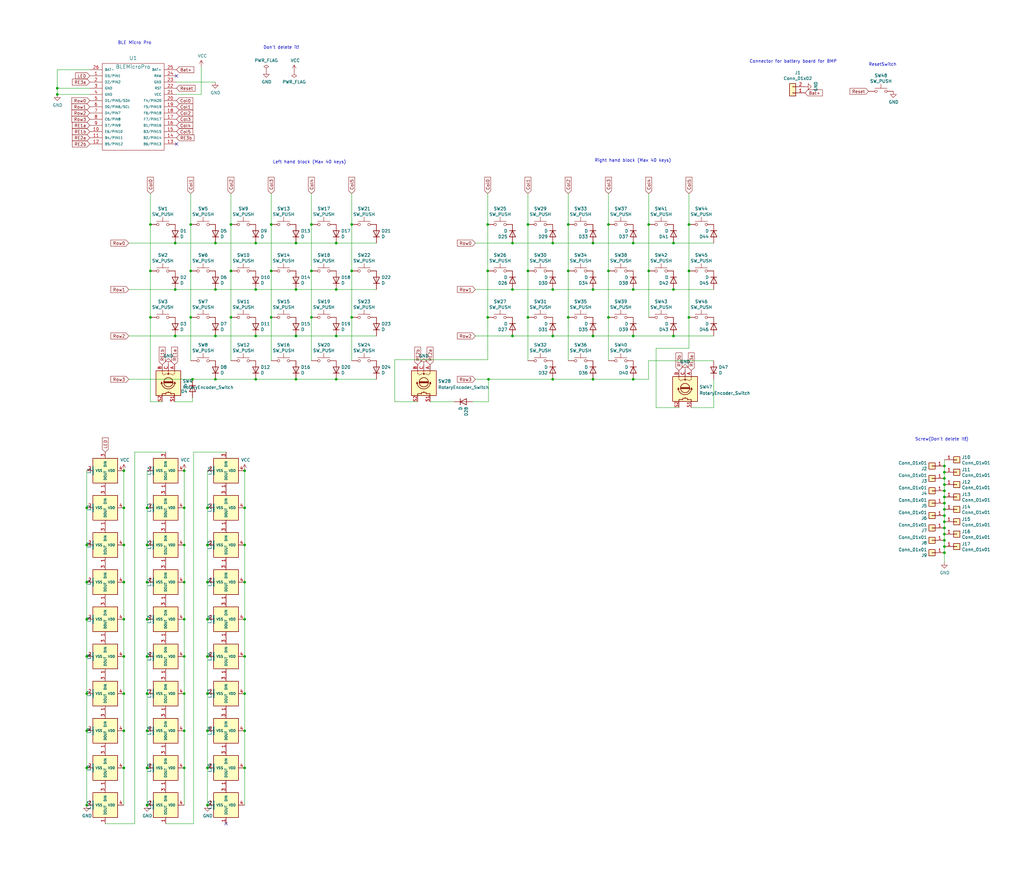
<source format=kicad_sch>
(kicad_sch (version 20211123) (generator eeschema)
  (paper "User" 419.989 360.045)
  (lib_symbols
    (symbol "Connector_Generic:Conn_01x01" (pin_names (offset 1.016) hide)
      (property "Reference" "J" (at 0 2.54 0))
      (property "Value" "Conn_01x01" (at 0 -2.54 0))
      (symbol "Conn_01x01_1_1"
        (pin passive line (at -5.08 0 0) (length 3.81) (name "Pin_1") (number "1"))
      )
    )
    (symbol "Connector_Generic:Conn_01x02" (pin_names (offset 1.016) hide)
      (property "Reference" "J" (at 0 2.54 0))
      (property "Value" "Conn_01x02" (at 0 -5.08 0))
      (symbol "Conn_01x02_1_1"
        (pin passive line (at -5.08 0 0) (length 3.81) (name "Pin_1") (number "1"))
        (pin passive line (at -5.08 -2.54 0) (length 3.81) (name "Pin_2") (number "2"))
      )
    )
    (symbol "Device:D" (pin_numbers hide) (pin_names (offset 1.016) hide)
      (property "Reference" "D" (at 0 2.54 0))
      (property "Value" "D" (at 0 -2.54 0))
      (symbol "D_1_1"
        (pin passive line (at -3.81 0 0) (length 2.54) (name "K") (number "1"))
        (pin passive line (at 3.81 0 180) (length 2.54) (name "A") (number "2"))
      )
    )
    (symbol "Device:RotaryEncoder_Switch" (pin_names (offset 0.254) hide)
      (property "Reference" "SW" (at 0 6.604 0))
      (property "Value" "RotaryEncoder_Switch" (at 0 -6.604 0))
      (symbol "RotaryEncoder_Switch_1_1"
        (pin passive line (at -7.62 2.54 0) (length 2.54) (name "A") (number "A"))
        (pin passive line (at -7.62 -2.54 0) (length 2.54) (name "B") (number "B"))
        (pin passive line (at -7.62 0 0) (length 2.54) (name "C") (number "C"))
        (pin passive line (at 7.62 2.54 180) (length 2.54) (name "S1") (number "S1"))
        (pin passive line (at 7.62 -2.54 180) (length 2.54) (name "S2") (number "S2"))
      )
    )
    (symbol "Salicylic_kbd:LED_SK6812MINI-E" (pin_names (offset 1.016))
      (property "Reference" "LED" (at 5.08 -10.16 0))
      (property "Value" "LED_SK6812MINI-E" (at 8.89 -8.89 0))
      (symbol "LED_SK6812MINI-E_1_1"
        (pin output line (at 7.62 0 180) (length 2.54) (name "DOUT") (number "1"))
        (pin power_in line (at 0 -7.62 90) (length 2.54) (name "VSS") (number "2"))
        (pin input line (at -7.62 0 0) (length 2.54) (name "DIN") (number "3"))
        (pin power_in line (at 0 7.62 270) (length 2.54) (name "VDD") (number "4"))
      )
    )
    (symbol "Salicylic_kbd:Micon_BLEMicroPro" (pin_names (offset 1.016))
      (property "Reference" "U" (at 0 26.67 0))
      (property "Value" "Micon_BLEMicroPro" (at 0 -13.97 0))
      (symbol "Micon_BLEMicroPro_1_1"
        (pin bidirectional line (at -17.78 19.05 0) (length 5.08) (name "D3/PIN1") (number "1"))
        (pin bidirectional line (at -17.78 -3.81 0) (length 5.08) (name "E6/PIN10") (number "10"))
        (pin bidirectional line (at -17.78 -6.35 0) (length 5.08) (name "B4/PIN11") (number "11"))
        (pin bidirectional line (at -17.78 -8.89 0) (length 5.08) (name "B5/PIN12") (number "12"))
        (pin bidirectional line (at 17.78 -8.89 180) (length 5.08) (name "B6/PIN13") (number "13"))
        (pin bidirectional line (at 17.78 -6.35 180) (length 5.08) (name "B2/PIN14") (number "14"))
        (pin bidirectional line (at 17.78 -3.81 180) (length 5.08) (name "B3/PIN15") (number "15"))
        (pin bidirectional line (at 17.78 -1.27 180) (length 5.08) (name "B1/PIN16") (number "16"))
        (pin bidirectional line (at 17.78 1.27 180) (length 5.08) (name "F7/PIN17") (number "17"))
        (pin bidirectional line (at 17.78 3.81 180) (length 5.08) (name "F6/PIN18") (number "18"))
        (pin bidirectional line (at 17.78 6.35 180) (length 5.08) (name "F5/PIN19") (number "19"))
        (pin bidirectional line (at -17.78 16.51 0) (length 5.08) (name "D2/PIN2") (number "2"))
        (pin bidirectional line (at 17.78 8.89 180) (length 5.08) (name "F4/PIN20") (number "20"))
        (pin power_in line (at 17.78 11.43 180) (length 5.08) (name "VCC") (number "21"))
        (pin input line (at 17.78 13.97 180) (length 5.08) (name "RST") (number "22"))
        (pin power_in line (at 17.78 16.51 180) (length 5.08) (name "GND") (number "23"))
        (pin power_out line (at 17.78 19.05 180) (length 5.08) (name "RAW") (number "24"))
        (pin input line (at 17.78 21.59 180) (length 5.08) (name "BAT+") (number "25"))
        (pin input line (at -17.78 21.59 0) (length 5.08) (name "BAT-") (number "26"))
        (pin power_in line (at -17.78 13.97 0) (length 5.08) (name "GND") (number "3"))
        (pin power_in line (at -17.78 11.43 0) (length 5.08) (name "GND") (number "4"))
        (pin bidirectional line (at -17.78 8.89 0) (length 5.08) (name "D1/PIN5/SDA") (number "5"))
        (pin bidirectional line (at -17.78 6.35 0) (length 5.08) (name "D0/PIN6/SCL") (number "6"))
        (pin bidirectional line (at -17.78 3.81 0) (length 5.08) (name "D4/PIN7") (number "7"))
        (pin bidirectional line (at -17.78 1.27 0) (length 5.08) (name "C6/PIN8") (number "8"))
        (pin bidirectional line (at -17.78 -1.27 0) (length 5.08) (name "D7/PIN9") (number "9"))
      )
    )
    (symbol "Switch:SW_Push" (pin_numbers hide) (pin_names (offset 1.016) hide)
      (property "Reference" "SW" (at 1.27 2.54 0))
      (property "Value" "SW_Push" (at 0 -1.524 0))
      (symbol "SW_Push_0_1"
        (pin passive line (at -5.08 0 0) (length 2.54) (name "1") (number "1"))
        (pin passive line (at 5.08 0 180) (length 2.54) (name "2") (number "2"))
      )
    )
    (symbol "power:GND" (power) (pin_names (offset 0))
      (property "Value" "GND" (at 0 -3.81 0))
      (symbol "GND_1_1"
        (pin power_in line (at 0 0 270) (length 0) hide (name "GND") (number "1"))
      )
    )
    (symbol "power:PWR_FLAG" (power) (pin_numbers hide) (pin_names (offset 0) hide)
      (property "Value" "PWR_FLAG" (at 0 3.81 0))
      (symbol "PWR_FLAG_0_0"
        (pin power_out line (at 0 0 90) (length 0) (name "pwr") (number "1"))
      )
    )
    (symbol "power:VCC" (power) (pin_names (offset 0))
      (property "Value" "VCC" (at 0 3.81 0))
      (symbol "VCC_1_1"
        (pin power_in line (at 0 0 90) (length 0) hide (name "VCC") (number "1"))
      )
    )
  )
  (junction (at 137.8994 118.745))
  (junction (at 94.7194 111.125))
  (junction (at 249.555 130.175))
  (junction (at 78.9395 155.575))
  (junction (at 259.715 99.695))
  (junction (at 233.045 111.125))
  (junction (at 127.7394 111.125))
  (junction (at 85.09 208.28))
  (junction (at 249.555 92.075))
  (junction (at 61.6994 111.125))
  (junction (at 387.35 213.995))
  (junction (at 60.325 238.76))
  (junction (at 387.35 224.155))
  (junction (at 216.535 130.175))
  (junction (at 104.8794 118.745))
  (junction (at 75.565 193.04))
  (junction (at 266.065 111.125))
  (junction (at 210.185 99.695))
  (junction (at 210.185 118.745))
  (junction (at 75.565 314.96))
  (junction (at 85.09 238.76))
  (junction (at 121.3894 99.695))
  (junction (at 85.09 314.96))
  (junction (at 387.35 221.615))
  (junction (at 387.35 216.535))
  (junction (at 243.205 155.575))
  (junction (at 200.025 130.175))
  (junction (at 249.555 111.125))
  (junction (at 35.56 299.72))
  (junction (at 210.185 137.795))
  (junction (at 100.33 223.52))
  (junction (at 387.35 198.755))
  (junction (at 50.8 193.04))
  (junction (at 85.09 269.24))
  (junction (at 85.09 254))
  (junction (at 78.2094 92.075))
  (junction (at 50.8 254))
  (junction (at 35.56 238.76))
  (junction (at 387.35 219.075))
  (junction (at 387.35 211.455))
  (junction (at 35.56 269.24))
  (junction (at 78.2094 130.175))
  (junction (at 100.33 254))
  (junction (at 121.3894 118.745))
  (junction (at 121.3894 155.575))
  (junction (at 387.35 191.135))
  (junction (at 71.8594 118.745))
  (junction (at 75.565 269.24))
  (junction (at 75.565 223.52))
  (junction (at 60.325 314.96))
  (junction (at 200.3521 155.575))
  (junction (at 75.565 238.76))
  (junction (at 226.695 99.695))
  (junction (at 137.8994 137.795))
  (junction (at 61.6994 92.075))
  (junction (at 387.35 201.295))
  (junction (at 259.715 137.795))
  (junction (at 60.325 208.28))
  (junction (at 387.35 203.835))
  (junction (at 387.35 226.695))
  (junction (at 75.565 299.72))
  (junction (at 266.065 92.075))
  (junction (at 100.33 193.04))
  (junction (at 35.56 254))
  (junction (at 200.025 111.125))
  (junction (at 282.575 92.075))
  (junction (at 60.325 269.24))
  (junction (at 243.205 118.745))
  (junction (at 276.225 99.695))
  (junction (at 35.56 208.28))
  (junction (at 50.8 284.48))
  (junction (at 233.045 92.075))
  (junction (at 50.8 223.52))
  (junction (at 100.33 299.72))
  (junction (at 60.325 330.2))
  (junction (at 60.325 254))
  (junction (at 121.3894 137.795))
  (junction (at 144.2494 92.075))
  (junction (at 88.3694 99.695))
  (junction (at 23.495 38.735))
  (junction (at 78.2094 111.125))
  (junction (at 200.025 92.075))
  (junction (at 243.205 99.695))
  (junction (at 75.565 208.28))
  (junction (at 111.2294 92.075))
  (junction (at 88.3694 155.575))
  (junction (at 85.09 299.72))
  (junction (at 387.35 193.675))
  (junction (at 144.2494 111.125))
  (junction (at 35.56 223.52))
  (junction (at 35.56 314.96))
  (junction (at 127.7394 130.175))
  (junction (at 50.8 299.72))
  (junction (at 94.7194 92.075))
  (junction (at 111.2294 130.175))
  (junction (at 85.09 223.52))
  (junction (at 85.09 284.48))
  (junction (at 85.09 330.2))
  (junction (at 104.8794 99.695))
  (junction (at 216.535 92.075))
  (junction (at 226.695 155.575))
  (junction (at 387.35 208.915))
  (junction (at 75.565 254))
  (junction (at 282.575 111.125))
  (junction (at 100.33 284.48))
  (junction (at 282.575 130.175))
  (junction (at 50.8 238.76))
  (junction (at 259.715 155.575))
  (junction (at 60.325 299.72))
  (junction (at 137.8994 155.575))
  (junction (at 100.33 238.76))
  (junction (at 23.495 36.195))
  (junction (at 276.225 118.745))
  (junction (at 387.35 206.375))
  (junction (at 100.33 208.28))
  (junction (at 226.695 118.745))
  (junction (at 71.8594 137.795))
  (junction (at 144.2494 130.175))
  (junction (at 100.33 269.24))
  (junction (at 243.205 137.795))
  (junction (at 60.325 223.52))
  (junction (at 276.225 137.795))
  (junction (at 94.7194 130.175))
  (junction (at 111.2294 111.125))
  (junction (at 71.8594 99.695))
  (junction (at 35.56 330.2))
  (junction (at 75.565 284.48))
  (junction (at 88.3694 137.795))
  (junction (at 61.6994 130.175))
  (junction (at 387.35 196.215))
  (junction (at 35.56 284.48))
  (junction (at 100.33 314.96))
  (junction (at 88.3694 118.745))
  (junction (at 216.535 111.125))
  (junction (at 226.695 137.795))
  (junction (at 127.7394 92.075))
  (junction (at 50.8 269.24))
  (junction (at 137.8994 99.695))
  (junction (at 50.8 208.28))
  (junction (at 60.325 284.48))
  (junction (at 104.8794 155.575))
  (junction (at 104.8794 137.795))
  (junction (at 259.715 118.745))
  (junction (at 233.045 130.175))
  (junction (at 50.8 314.96))
  (no_connect (at 92.71 337.82))
  (no_connect (at 72.39 31.115))
  (no_connect (at 72.39 59.055))
  (wire (pts (xy 243.205 155.575) (xy 259.715 155.575)))
  (wire (pts (xy 243.205 99.695) (xy 259.715 99.695)))
  (wire (pts (xy 282.575 79.375) (xy 282.575 92.075)))
  (wire (pts (xy 71.8594 118.745) (xy 52.8094 118.745)))
  (wire (pts (xy 100.33 299.72) (xy 100.33 314.96)))
  (wire (pts (xy 210.185 137.795) (xy 226.695 137.795)))
  (wire (pts (xy 94.7194 130.175) (xy 94.7194 147.955)))
  (wire (pts (xy 121.3894 137.795) (xy 137.8994 137.795)))
  (wire (pts (xy 36.83 28.575) (xy 23.495 28.575)))
  (wire (pts (xy 61.6994 92.075) (xy 61.6994 111.125)))
  (wire (pts (xy 61.6994 164.7858) (xy 66.5177 164.7858)))
  (wire (pts (xy 266.065 111.125) (xy 266.065 130.175)))
  (wire (pts (xy 387.35 201.295) (xy 387.35 203.835)))
  (wire (pts (xy 78.2094 130.175) (xy 78.2094 147.955)))
  (wire (pts (xy 282.575 111.125) (xy 282.575 130.175)))
  (wire (pts (xy 94.7194 79.375) (xy 94.7194 92.075)))
  (wire (pts (xy 100.33 269.24) (xy 100.33 284.48)))
  (wire (pts (xy 60.325 208.28) (xy 60.325 223.52)))
  (wire (pts (xy 60.325 299.72) (xy 60.325 314.96)))
  (wire (pts (xy 88.265 33.655) (xy 72.39 33.655)))
  (wire (pts (xy 55.245 337.82) (xy 55.245 185.42)))
  (wire (pts (xy 216.535 79.375) (xy 216.535 92.075)))
  (wire (pts (xy 67.945 337.82) (xy 79.375 337.82)))
  (wire (pts (xy 233.045 92.075) (xy 233.045 111.125)))
  (wire (pts (xy 137.8994 118.745) (xy 154.4094 118.745)))
  (wire (pts (xy 35.56 254) (xy 35.56 269.24)))
  (wire (pts (xy 88.3694 99.695) (xy 104.8794 99.695)))
  (wire (pts (xy 276.225 118.745) (xy 292.735 118.745)))
  (wire (pts (xy 50.8 193.04) (xy 50.8 208.28)))
  (wire (pts (xy 282.575 92.075) (xy 282.575 111.125)))
  (wire (pts (xy 226.695 155.575) (xy 243.205 155.575)))
  (wire (pts (xy 200.3521 164.7858) (xy 193.8482 164.7858)))
  (wire (pts (xy 200.025 130.175) (xy 200.025 147.5088)))
  (wire (pts (xy 50.8 269.24) (xy 50.8 284.48)))
  (wire (pts (xy 243.205 118.745) (xy 259.715 118.745)))
  (wire (pts (xy 233.045 79.375) (xy 233.045 92.075)))
  (wire (pts (xy 104.8794 99.695) (xy 121.3894 99.695)))
  (wire (pts (xy 226.695 99.695) (xy 243.205 99.695)))
  (wire (pts (xy 50.8 254) (xy 50.8 269.24)))
  (wire (pts (xy 82.55 38.735) (xy 82.55 27.305)))
  (wire (pts (xy 35.56 299.72) (xy 35.56 314.96)))
  (wire (pts (xy 387.35 224.155) (xy 387.35 226.695)))
  (wire (pts (xy 75.565 314.96) (xy 75.565 330.2)))
  (wire (pts (xy 387.35 226.695) (xy 387.35 230.505)))
  (wire (pts (xy 100.33 238.76) (xy 100.33 254)))
  (wire (pts (xy 104.8794 118.745) (xy 121.3894 118.745)))
  (wire (pts (xy 75.565 193.04) (xy 75.565 208.28)))
  (wire (pts (xy 137.8994 99.695) (xy 154.4094 99.695)))
  (wire (pts (xy 60.325 193.04) (xy 60.325 208.28)))
  (wire (pts (xy 127.7394 92.075) (xy 127.7394 111.125)))
  (wire (pts (xy 100.33 254) (xy 100.33 269.24)))
  (wire (pts (xy 249.555 130.175) (xy 249.555 147.955)))
  (wire (pts (xy 75.565 284.48) (xy 75.565 299.72)))
  (wire (pts (xy 259.715 137.795) (xy 276.225 137.795)))
  (wire (pts (xy 111.2294 130.175) (xy 111.2294 147.955)))
  (wire (pts (xy 85.09 284.48) (xy 85.09 299.72)))
  (wire (pts (xy 259.715 118.745) (xy 276.225 118.745)))
  (wire (pts (xy 276.225 99.695) (xy 292.735 99.695)))
  (wire (pts (xy 194.945 137.795) (xy 210.185 137.795)))
  (wire (pts (xy 104.8794 155.575) (xy 121.3894 155.575)))
  (wire (pts (xy 111.2294 92.075) (xy 111.2294 111.125)))
  (wire (pts (xy 35.56 284.48) (xy 35.56 299.72)))
  (wire (pts (xy 216.535 111.125) (xy 216.535 130.175)))
  (wire (pts (xy 60.325 284.48) (xy 60.325 299.72)))
  (wire (pts (xy 233.045 130.175) (xy 233.045 147.955)))
  (wire (pts (xy 75.565 238.76) (xy 75.565 254)))
  (wire (pts (xy 259.715 155.575) (xy 265.9811 155.575)))
  (wire (pts (xy 111.2294 111.125) (xy 111.2294 130.175)))
  (wire (pts (xy 71.8594 118.745) (xy 88.3694 118.745)))
  (wire (pts (xy 35.56 193.04) (xy 35.56 208.28)))
  (wire (pts (xy 387.35 216.535) (xy 387.35 219.075)))
  (wire (pts (xy 60.325 223.52) (xy 60.325 238.76)))
  (wire (pts (xy 387.35 188.595) (xy 387.35 191.135)))
  (wire (pts (xy 111.2294 79.375) (xy 111.2294 92.075)))
  (wire (pts (xy 36.83 38.735) (xy 23.495 38.735)))
  (wire (pts (xy 387.35 206.375) (xy 387.35 208.915)))
  (wire (pts (xy 75.565 269.24) (xy 75.565 284.48)))
  (wire (pts (xy 144.2494 92.075) (xy 144.2494 111.125)))
  (wire (pts (xy 35.56 238.76) (xy 35.56 254)))
  (wire (pts (xy 100.33 314.96) (xy 100.33 330.2)))
  (wire (pts (xy 94.7194 92.075) (xy 94.7194 111.125)))
  (wire (pts (xy 387.35 219.075) (xy 387.35 221.615)))
  (wire (pts (xy 387.35 193.675) (xy 387.35 196.215)))
  (wire (pts (xy 71.8594 137.795) (xy 88.3694 137.795)))
  (wire (pts (xy 200.025 79.375) (xy 200.025 92.075)))
  (wire (pts (xy 79.375 337.82) (xy 79.375 185.42)))
  (wire (pts (xy 78.2094 79.375) (xy 78.2094 92.075)))
  (wire (pts (xy 78.2094 111.125) (xy 78.2094 130.175)))
  (wire (pts (xy 88.3694 118.745) (xy 104.8794 118.745)))
  (wire (pts (xy 292.735 167.1671) (xy 283.5334 167.1671)))
  (wire (pts (xy 233.045 111.125) (xy 233.045 130.175)))
  (wire (pts (xy 55.245 185.42) (xy 67.945 185.42)))
  (wire (pts (xy 127.7394 111.125) (xy 127.7394 130.175)))
  (wire (pts (xy 387.35 221.615) (xy 387.35 224.155)))
  (wire (pts (xy 85.09 193.04) (xy 85.09 208.28)))
  (wire (pts (xy 194.945 118.745) (xy 210.185 118.745)))
  (wire (pts (xy 43.18 337.82) (xy 55.245 337.82)))
  (wire (pts (xy 88.3694 137.795) (xy 104.8794 137.795)))
  (wire (pts (xy 61.6994 111.125) (xy 61.6994 130.175)))
  (wire (pts (xy 269.0869 142.878) (xy 269.0869 167.1671)))
  (wire (pts (xy 292.735 155.5965) (xy 292.735 167.1671)))
  (wire (pts (xy 50.8 238.76) (xy 50.8 254)))
  (wire (pts (xy 50.8 284.48) (xy 50.8 299.72)))
  (wire (pts (xy 210.185 99.695) (xy 226.695 99.695)))
  (wire (pts (xy 387.35 203.835) (xy 387.35 206.375)))
  (wire (pts (xy 85.09 254) (xy 85.09 269.24)))
  (wire (pts (xy 71.8594 99.695) (xy 52.8094 99.695)))
  (wire (pts (xy 61.6994 130.175) (xy 61.6994 164.7858)))
  (wire (pts (xy 121.3894 118.745) (xy 137.8994 118.745)))
  (wire (pts (xy 75.565 208.28) (xy 75.565 223.52)))
  (wire (pts (xy 72.39 38.735) (xy 82.55 38.735)))
  (wire (pts (xy 60.325 238.76) (xy 60.325 254)))
  (wire (pts (xy 210.185 118.745) (xy 226.695 118.745)))
  (wire (pts (xy 216.535 92.075) (xy 216.535 111.125)))
  (wire (pts (xy 200.3521 155.575) (xy 200.3521 164.7858)))
  (wire (pts (xy 127.7394 130.175) (xy 127.7394 147.955)))
  (wire (pts (xy 85.09 208.28) (xy 85.09 223.52)))
  (wire (pts (xy 243.205 137.795) (xy 259.715 137.795)))
  (wire (pts (xy 282.575 130.175) (xy 282.575 142.878)))
  (wire (pts (xy 60.325 254) (xy 60.325 269.24)))
  (wire (pts (xy 50.8 299.72) (xy 50.8 314.96)))
  (wire (pts (xy 137.8994 137.795) (xy 154.4094 137.795)))
  (wire (pts (xy 94.7194 111.125) (xy 94.7194 130.175)))
  (wire (pts (xy 282.575 142.878) (xy 269.0869 142.878)))
  (wire (pts (xy 79.375 185.42) (xy 92.71 185.42)))
  (wire (pts (xy 85.09 238.76) (xy 85.09 254)))
  (wire (pts (xy 265.9811 155.575) (xy 265.9811 147.9765)))
  (wire (pts (xy 60.325 314.96) (xy 60.325 330.2)))
  (wire (pts (xy 75.565 223.52) (xy 75.565 238.76)))
  (wire (pts (xy 161.8935 164.7858) (xy 171.2949 164.7858)))
  (wire (pts (xy 200.025 147.5088) (xy 161.8935 147.5088)))
  (wire (pts (xy 194.945 155.575) (xy 200.3521 155.575)))
  (wire (pts (xy 71.8594 99.695) (xy 88.3694 99.695)))
  (wire (pts (xy 88.3694 155.575) (xy 104.8794 155.575)))
  (wire (pts (xy 100.33 193.04) (xy 100.33 208.28)))
  (wire (pts (xy 78.9395 163.195) (xy 78.9395 164.7858)))
  (wire (pts (xy 226.695 118.745) (xy 243.205 118.745)))
  (wire (pts (xy 387.35 208.915) (xy 387.35 211.455)))
  (wire (pts (xy 121.3894 99.695) (xy 137.8994 99.695)))
  (wire (pts (xy 249.555 79.375) (xy 249.555 92.075)))
  (wire (pts (xy 50.8 314.96) (xy 50.8 330.2)))
  (wire (pts (xy 85.09 314.96) (xy 85.09 330.2)))
  (wire (pts (xy 249.555 111.125) (xy 249.555 130.175)))
  (wire (pts (xy 100.33 223.52) (xy 100.33 238.76)))
  (wire (pts (xy 52.8094 155.575) (xy 78.9395 155.575)))
  (wire (pts (xy 50.8 208.28) (xy 50.8 223.52)))
  (wire (pts (xy 194.945 99.695) (xy 210.185 99.695)))
  (wire (pts (xy 387.35 191.135) (xy 387.35 193.675)))
  (wire (pts (xy 176.3749 164.7858) (xy 186.2282 164.7858)))
  (wire (pts (xy 78.9395 155.575) (xy 88.3694 155.575)))
  (wire (pts (xy 216.535 130.175) (xy 216.535 147.955)))
  (wire (pts (xy 137.8994 155.575) (xy 154.4094 155.575)))
  (wire (pts (xy 265.9811 147.9765) (xy 292.735 147.9765)))
  (wire (pts (xy 85.09 223.52) (xy 85.09 238.76)))
  (wire (pts (xy 200.3521 155.575) (xy 226.695 155.575)))
  (wire (pts (xy 75.565 299.72) (xy 75.565 314.96)))
  (wire (pts (xy 35.56 314.96) (xy 35.56 330.2)))
  (wire (pts (xy 144.2494 130.175) (xy 144.2494 147.955)))
  (wire (pts (xy 85.09 269.24) (xy 85.09 284.48)))
  (wire (pts (xy 200.025 111.125) (xy 200.025 130.175)))
  (wire (pts (xy 71.8594 137.795) (xy 52.8094 137.795)))
  (wire (pts (xy 35.56 208.28) (xy 35.56 223.52)))
  (wire (pts (xy 276.225 137.795) (xy 292.735 137.795)))
  (wire (pts (xy 35.56 223.52) (xy 35.56 238.76)))
  (wire (pts (xy 127.7394 79.375) (xy 127.7394 92.075)))
  (wire (pts (xy 269.0869 167.1671) (xy 278.4534 167.1671)))
  (wire (pts (xy 144.2494 111.125) (xy 144.2494 130.175)))
  (wire (pts (xy 100.33 208.28) (xy 100.33 223.52)))
  (wire (pts (xy 144.2494 79.375) (xy 144.2494 92.075)))
  (wire (pts (xy 161.8935 147.5088) (xy 161.8935 164.7858)))
  (wire (pts (xy 259.715 99.695) (xy 276.225 99.695)))
  (wire (pts (xy 387.35 211.455) (xy 387.35 213.995)))
  (wire (pts (xy 60.325 269.24) (xy 60.325 284.48)))
  (wire (pts (xy 50.8 223.52) (xy 50.8 238.76)))
  (wire (pts (xy 36.83 36.195) (xy 23.495 36.195)))
  (wire (pts (xy 61.6994 79.375) (xy 61.6994 92.075)))
  (wire (pts (xy 249.555 92.075) (xy 249.555 111.125)))
  (wire (pts (xy 23.495 28.575) (xy 23.495 36.195)))
  (wire (pts (xy 35.56 269.24) (xy 35.56 284.48)))
  (wire (pts (xy 78.2094 92.075) (xy 78.2094 111.125)))
  (wire (pts (xy 104.8794 137.795) (xy 121.3894 137.795)))
  (wire (pts (xy 387.35 198.755) (xy 387.35 201.295)))
  (wire (pts (xy 266.065 79.375) (xy 266.065 92.075)))
  (wire (pts (xy 266.065 92.075) (xy 266.065 111.125)))
  (wire (pts (xy 85.09 299.72) (xy 85.09 314.96)))
  (wire (pts (xy 121.3894 155.575) (xy 137.8994 155.575)))
  (wire (pts (xy 226.695 137.795) (xy 243.205 137.795)))
  (wire (pts (xy 75.565 254) (xy 75.565 269.24)))
  (wire (pts (xy 78.9395 164.7858) (xy 71.5977 164.7858)))
  (wire (pts (xy 23.495 36.195) (xy 23.495 38.735)))
  (wire (pts (xy 200.025 92.075) (xy 200.025 111.125)))
  (wire (pts (xy 100.33 284.48) (xy 100.33 299.72)))
  (wire (pts (xy 387.35 196.215) (xy 387.35 198.755)))
  (wire (pts (xy 387.35 213.995) (xy 387.35 216.535)))
  (text "Right hand block (Max 40 keys)" (at 243.84 66.675 0) (effects (font (size 1.27 1.27)) (justify left bottom)))
  (text "Don't delete it!" (at 107.95 20.32 0) (effects (font (size 1.27 1.27)) (justify left bottom)))
  (text "BLE Micro Pro" (at 48.26 18.415 0) (effects (font (size 1.27 1.27)) (justify left bottom)))
  (text "Left hand block (Max 40 keys)" (at 111.8644 67.31 0) (effects (font (size 1.27 1.27)) (justify left bottom)))
  (text "Screw(Don't delete it!)" (at 375.285 180.975 0) (effects (font (size 1.27 1.27)) (justify left bottom)))
  (text "ResetSwitch" (at 356.235 27.305 0) (effects (font (size 1.27 1.27)) (justify left bottom)))
  (text "Connector for battery board for BMP" (at 307.34 26.035 0) (effects (font (size 1.27 1.27)) (justify left bottom)))
  (global_label "Col1" (shape input) (at 72.39 43.815 0) (property "Intersheet References" "${INTERSHEET_REFS}" (effects hide)))
  (global_label "LED" (shape input) (at 43.18 185.42 90) (property "Intersheet References" "${INTERSHEET_REFS}" (effects hide)))
  (global_label "Reset" (shape input) (at 72.39 36.195 0) (property "Intersheet References" "${INTERSHEET_REFS}" (effects hide)))
  (global_label "Row0" (shape input) (at 52.8094 99.695 180) (property "Intersheet References" "${INTERSHEET_REFS}" (effects hide)))
  (global_label "Row2" (shape input) (at 36.83 46.355 180) (property "Intersheet References" "${INTERSHEET_REFS}" (effects hide)))
  (global_label "Col3" (shape input) (at 72.39 48.895 0) (property "Intersheet References" "${INTERSHEET_REFS}" (effects hide)))
  (global_label "Bat+" (shape input) (at 330.2 38.1 0) (property "Intersheet References" "${INTERSHEET_REFS}" (effects hide)))
  (global_label "RE2a" (shape input) (at 176.3749 149.5458 90) (property "Intersheet References" "${INTERSHEET_REFS}" (effects hide)))
  (global_label "RE1a" (shape input) (at 71.5977 149.5458 90) (property "Intersheet References" "${INTERSHEET_REFS}" (effects hide)))
  (global_label "Col1" (shape input) (at 78.2094 79.375 90) (property "Intersheet References" "${INTERSHEET_REFS}" (effects hide)))
  (global_label "Col4" (shape input) (at 72.39 51.435 0) (property "Intersheet References" "${INTERSHEET_REFS}" (effects hide)))
  (global_label "LED" (shape input) (at 36.83 31.115 180) (property "Intersheet References" "${INTERSHEET_REFS}" (effects hide)))
  (global_label "RE3a" (shape input) (at 283.5334 151.9271 90) (property "Intersheet References" "${INTERSHEET_REFS}" (effects hide)))
  (global_label "RE1b" (shape input) (at 66.5177 149.5458 90) (property "Intersheet References" "${INTERSHEET_REFS}" (effects hide)))
  (global_label "Col1" (shape input) (at 216.535 79.375 90) (property "Intersheet References" "${INTERSHEET_REFS}" (effects hide)))
  (global_label "Row3" (shape input) (at 194.945 155.575 180) (property "Intersheet References" "${INTERSHEET_REFS}" (effects hide)))
  (global_label "Col3" (shape input) (at 249.555 79.375 90) (property "Intersheet References" "${INTERSHEET_REFS}" (effects hide)))
  (global_label "Col4" (shape input) (at 266.065 79.375 90) (property "Intersheet References" "${INTERSHEET_REFS}" (effects hide)))
  (global_label "Row3" (shape input) (at 52.8094 155.575 180) (property "Intersheet References" "${INTERSHEET_REFS}" (effects hide)))
  (global_label "Col5" (shape input) (at 282.575 79.375 90) (property "Intersheet References" "${INTERSHEET_REFS}" (effects hide)))
  (global_label "Row0" (shape input) (at 36.83 41.275 180) (property "Intersheet References" "${INTERSHEET_REFS}" (effects hide)))
  (global_label "Row2" (shape input) (at 52.8094 137.795 180) (property "Intersheet References" "${INTERSHEET_REFS}" (effects hide)))
  (global_label "Col0" (shape input) (at 61.6994 79.375 90) (property "Intersheet References" "${INTERSHEET_REFS}" (effects hide)))
  (global_label "RE2b" (shape input) (at 36.83 59.055 180) (property "Intersheet References" "${INTERSHEET_REFS}" (effects hide)))
  (global_label "Col0" (shape input) (at 72.39 41.275 0) (property "Intersheet References" "${INTERSHEET_REFS}" (effects hide)))
  (global_label "Col2" (shape input) (at 72.39 46.355 0) (property "Intersheet References" "${INTERSHEET_REFS}" (effects hide)))
  (global_label "Col2" (shape input) (at 233.045 79.375 90) (property "Intersheet References" "${INTERSHEET_REFS}" (effects hide)))
  (global_label "Row1" (shape input) (at 194.945 118.745 180) (property "Intersheet References" "${INTERSHEET_REFS}" (effects hide)))
  (global_label "RE3b" (shape input) (at 278.4534 151.9271 90) (property "Intersheet References" "${INTERSHEET_REFS}" (effects hide)))
  (global_label "Row0" (shape input) (at 194.945 99.695 180) (property "Intersheet References" "${INTERSHEET_REFS}" (effects hide)))
  (global_label "Row3" (shape input) (at 36.83 48.895 180) (property "Intersheet References" "${INTERSHEET_REFS}" (effects hide)))
  (global_label "Row1" (shape input) (at 52.8094 118.745 180) (property "Intersheet References" "${INTERSHEET_REFS}" (effects hide)))
  (global_label "Col2" (shape input) (at 94.7194 79.375 90) (property "Intersheet References" "${INTERSHEET_REFS}" (effects hide)))
  (global_label "Row1" (shape input) (at 36.83 43.815 180) (property "Intersheet References" "${INTERSHEET_REFS}" (effects hide)))
  (global_label "RE1a" (shape input) (at 36.83 51.435 180) (property "Intersheet References" "${INTERSHEET_REFS}" (effects hide)))
  (global_label "RE2a" (shape input) (at 36.83 56.515 180) (property "Intersheet References" "${INTERSHEET_REFS}" (effects hide)))
  (global_label "Reset" (shape input) (at 356.235 37.465 180) (property "Intersheet References" "${INTERSHEET_REFS}" (effects hide)))
  (global_label "Bat+" (shape input) (at 72.39 28.575 0) (property "Intersheet References" "${INTERSHEET_REFS}" (effects hide)))
  (global_label "RE2b" (shape input) (at 171.2949 149.5458 90) (property "Intersheet References" "${INTERSHEET_REFS}" (effects hide)))
  (global_label "Col3" (shape input) (at 111.2294 79.375 90) (property "Intersheet References" "${INTERSHEET_REFS}" (effects hide)))
  (global_label "Row2" (shape input) (at 194.945 137.795 180) (property "Intersheet References" "${INTERSHEET_REFS}" (effects hide)))
  (global_label "RE3a" (shape input) (at 36.83 33.655 180) (property "Intersheet References" "${INTERSHEET_REFS}" (effects hide)))
  (global_label "Col4" (shape input) (at 127.7394 79.375 90) (property "Intersheet References" "${INTERSHEET_REFS}" (effects hide)))
  (global_label "Col5" (shape input) (at 144.2494 79.375 90) (property "Intersheet References" "${INTERSHEET_REFS}" (effects hide)))
  (global_label "RE3b" (shape input) (at 72.39 56.515 0) (property "Intersheet References" "${INTERSHEET_REFS}" (effects hide)))
  (global_label "Col0" (shape input) (at 200.025 79.375 90) (property "Intersheet References" "${INTERSHEET_REFS}" (effects hide)))
  (global_label "Col5" (shape input) (at 72.39 53.975 0) (property "Intersheet References" "${INTERSHEET_REFS}" (effects hide)))
  (global_label "RE1b" (shape input) (at 36.83 53.975 180) (property "Intersheet References" "${INTERSHEET_REFS}" (effects hide)))
  (symbol (lib_id "power:PWR_FLAG") (at 109.22 29.21 0) (unit 1)
    (property "Reference" "#FLG01" (effects hide))
    (property "Value" "PWR_FLAG" (at 109.22 24.7904 0))
  )
  (symbol (lib_id "power:PWR_FLAG") (at 120.65 29.21 180) (unit 1)
    (property "Reference" "#FLG02" (effects hide))
    (property "Value" "PWR_FLAG" (at 120.65 33.6042 0))
  )
  (symbol (lib_id "power:GND") (at 109.22 29.21 0) (unit 1)
    (property "Reference" "#PWR011" (effects hide))
    (property "Value" "GND" (at 109.347 33.6042 0))
  )
  (symbol (lib_id "power:VCC") (at 120.65 29.21 0) (unit 1)
    (property "Reference" "#PWR012" (effects hide))
    (property "Value" "VCC" (at 121.0818 24.8158 0))
  )
  (symbol (lib_id "Salicylic_kbd:Micon_BLEMicroPro") (at 54.61 50.165 0) (unit 1)
    (property "Reference" "U1" (at 54.61 23.8252 0) (effects (font (size 1.524 1.524))))
    (property "Value" "BLEMicroPro" (at 54.61 26.5176 0) (effects (font (size 1.524 1.524)) (justify top)))
    (property "Footprint" "kbd_Parts:Micon_BMP_GL" (effects hide))
  )
  (symbol (lib_id "power:GND") (at 88.265 33.655 0) (unit 1)
    (property "Reference" "#PWR09" (effects hide))
    (property "Value" "GND" (at 88.392 38.0492 0))
  )
  (symbol (lib_id "power:VCC") (at 82.55 27.305 0) (unit 1)
    (property "Reference" "#PWR07" (effects hide))
    (property "Value" "VCC" (at 82.9818 22.9108 0))
  )
  (symbol (lib_id "power:GND") (at 23.495 38.735 0) (unit 1)
    (property "Reference" "#PWR01" (effects hide))
    (property "Value" "GND" (at 23.622 43.1292 0))
  )
  (symbol (lib_id "Switch:SW_Push") (at 83.2894 92.075 0) (unit 1)
    (property "Reference" "SW5" (at 83.2894 85.598 0))
    (property "Value" "SW_PUSH" (at 83.2894 87.9094 0))
    (property "Footprint" "kbd_SW:CherryMX_Hotswap_1u" (effects hide))
  )
  (symbol (lib_id "Switch:SW_Push") (at 66.7794 92.075 0) (unit 1)
    (property "Reference" "SW1" (at 66.7794 85.598 0))
    (property "Value" "SW_PUSH" (at 66.7794 87.9094 0))
    (property "Footprint" "kbd_SW:CherryMX_Hotswap_1u" (effects hide))
  )
  (symbol (lib_id "Switch:SW_Push") (at 66.7794 111.125 0) (unit 1)
    (property "Reference" "SW2" (at 66.7794 104.648 0))
    (property "Value" "SW_PUSH" (at 66.7794 106.9594 0))
    (property "Footprint" "kbd_SW:CherryMX_Hotswap_1.25u" (effects hide))
  )
  (symbol (lib_id "Switch:SW_Push") (at 83.2894 111.125 0) (unit 1)
    (property "Reference" "SW6" (at 83.2894 104.648 0))
    (property "Value" "SW_PUSH" (at 83.2894 106.9594 0))
    (property "Footprint" "kbd_SW:CherryMX_Hotswap_1u" (effects hide))
  )
  (symbol (lib_id "Device:D") (at 71.8594 95.885 90) (unit 1)
    (property "Reference" "D1" (at 73.866 94.7166 90) (effects (justify right)))
    (property "Value" "D" (at 73.866 97.028 90) (effects (justify right)))
    (property "Footprint" "kbd_Parts:Diode_SMD" (effects hide))
  )
  (symbol (lib_id "Device:D") (at 88.3694 95.885 90) (unit 1)
    (property "Reference" "D5" (at 90.376 94.7166 90) (effects (justify right)))
    (property "Value" "D" (at 90.376 97.028 90) (effects (justify right)))
    (property "Footprint" "kbd_Parts:Diode_SMD" (effects hide))
  )
  (symbol (lib_id "Device:D") (at 88.3694 114.935 90) (unit 1)
    (property "Reference" "D6" (at 90.376 113.7666 90) (effects (justify right)))
    (property "Value" "D" (at 90.376 116.078 90) (effects (justify right)))
    (property "Footprint" "kbd_Parts:Diode_SMD" (effects hide))
  )
  (symbol (lib_id "Device:D") (at 71.8594 114.935 90) (unit 1)
    (property "Reference" "D2" (at 73.866 113.7666 90) (effects (justify right)))
    (property "Value" "D" (at 73.866 116.078 90) (effects (justify right)))
    (property "Footprint" "kbd_Parts:Diode_SMD" (effects hide))
  )
  (symbol (lib_id "Switch:SW_Push") (at 361.315 37.465 0) (unit 1)
    (property "Reference" "SW48" (at 361.315 30.988 0))
    (property "Value" "SW_PUSH" (at 361.315 33.2994 0))
    (property "Footprint" "kbd_Parts:ResetSW" (effects hide))
  )
  (symbol (lib_id "power:GND") (at 366.395 37.465 0) (unit 1)
    (property "Reference" "#PWR014" (effects hide))
    (property "Value" "GND" (at 366.522 41.8592 0))
  )
  (symbol (lib_id "Switch:SW_Push") (at 116.3094 92.075 0) (unit 1)
    (property "Reference" "SW13" (at 116.3094 85.598 0))
    (property "Value" "SW_PUSH" (at 116.3094 87.9094 0))
    (property "Footprint" "kbd_SW:CherryMX_Hotswap_1u" (effects hide))
  )
  (symbol (lib_id "Switch:SW_Push") (at 132.8194 92.075 0) (unit 1)
    (property "Reference" "SW17" (at 132.8194 85.598 0))
    (property "Value" "SW_PUSH" (at 132.8194 87.9094 0))
    (property "Footprint" "kbd_SW:CherryMX_Hotswap_1u" (effects hide))
  )
  (symbol (lib_id "Switch:SW_Push") (at 149.3294 92.075 0) (unit 1)
    (property "Reference" "SW21" (at 149.3294 85.598 0))
    (property "Value" "SW_PUSH" (at 149.3294 87.9094 0))
    (property "Footprint" "kbd_SW:CherryMX_Hotswap_1u" (effects hide))
  )
  (symbol (lib_id "Switch:SW_Push") (at 99.7994 92.075 0) (unit 1)
    (property "Reference" "SW9" (at 99.7994 85.598 0))
    (property "Value" "SW_PUSH" (at 99.7994 87.9094 0))
    (property "Footprint" "kbd_SW:CherryMX_Hotswap_1u" (effects hide))
  )
  (symbol (lib_id "Switch:SW_Push") (at 116.3094 130.175 0) (unit 1)
    (property "Reference" "SW15" (at 116.3094 123.698 0))
    (property "Value" "SW_PUSH" (at 116.3094 126.0094 0))
    (property "Footprint" "kbd_SW:CherryMX_Hotswap_1u" (effects hide))
  )
  (symbol (lib_id "Switch:SW_Push") (at 116.3094 111.125 0) (unit 1)
    (property "Reference" "SW14" (at 116.3094 104.648 0))
    (property "Value" "SW_PUSH" (at 116.3094 106.9594 0))
    (property "Footprint" "kbd_SW:CherryMX_Hotswap_1u" (effects hide))
  )
  (symbol (lib_id "Switch:SW_Push") (at 132.8194 111.125 0) (unit 1)
    (property "Reference" "SW18" (at 132.8194 104.648 0))
    (property "Value" "SW_PUSH" (at 132.8194 106.9594 0))
    (property "Footprint" "kbd_SW:CherryMX_Hotswap_1u" (effects hide))
  )
  (symbol (lib_id "Switch:SW_Push") (at 149.3294 111.125 0) (unit 1)
    (property "Reference" "SW22" (at 149.3294 104.648 0))
    (property "Value" "SW_PUSH" (at 149.3294 106.9594 0))
    (property "Footprint" "kbd_SW:CherryMX_Hotswap_1u" (effects hide))
  )
  (symbol (lib_id "Switch:SW_Push") (at 99.7994 111.125 0) (unit 1)
    (property "Reference" "SW10" (at 99.7994 104.648 0))
    (property "Value" "SW_PUSH" (at 99.7994 106.9594 0))
    (property "Footprint" "kbd_SW:CherryMX_Hotswap_1u" (effects hide))
  )
  (symbol (lib_id "Switch:SW_Push") (at 66.7794 130.175 0) (unit 1)
    (property "Reference" "SW3" (at 66.7794 123.698 0))
    (property "Value" "SW_PUSH" (at 66.7794 126.0094 0))
    (property "Footprint" "kbd_SW:CherryMX_Hotswap_1.75u" (effects hide))
  )
  (symbol (lib_id "Switch:SW_Push") (at 83.2894 130.175 0) (unit 1)
    (property "Reference" "SW7" (at 83.2894 123.698 0))
    (property "Value" "SW_PUSH" (at 83.2894 126.0094 0))
    (property "Footprint" "kbd_SW:CherryMX_Hotswap_1u" (effects hide))
  )
  (symbol (lib_id "Switch:SW_Push") (at 83.2894 147.955 0) (unit 1)
    (property "Reference" "SW8" (at 83.2894 141.478 0))
    (property "Value" "SW_PUSH" (at 83.2894 143.7894 0))
    (property "Footprint" "kbd_SW:CherryMX_Hotswap_1.25u" (effects hide))
  )
  (symbol (lib_id "Switch:SW_Push") (at 99.7994 130.175 0) (unit 1)
    (property "Reference" "SW11" (at 99.7994 123.698 0))
    (property "Value" "SW_PUSH" (at 99.7994 126.0094 0))
    (property "Footprint" "kbd_SW:CherryMX_Hotswap_1u" (effects hide))
  )
  (symbol (lib_id "Switch:SW_Push") (at 116.3094 147.955 0) (unit 1)
    (property "Reference" "SW16" (at 116.3094 141.478 0))
    (property "Value" "SW_PUSH" (at 116.3094 143.7894 0))
    (property "Footprint" "kbd_SW:CherryMX_Hotswap_1.25u" (effects hide))
  )
  (symbol (lib_id "Switch:SW_Push") (at 132.8194 147.955 0) (unit 1)
    (property "Reference" "SW20" (at 132.8194 141.478 0))
    (property "Value" "SW_PUSH" (at 132.8194 143.7894 0))
    (property "Footprint" "kbd_SW:CherryMX_Hotswap_1u" (effects hide))
  )
  (symbol (lib_id "Switch:SW_Push") (at 149.3294 147.955 0) (unit 1)
    (property "Reference" "SW24" (at 149.3294 141.478 0))
    (property "Value" "SW_PUSH" (at 149.3294 143.7894 0))
    (property "Footprint" "kbd_SW:CherryMX_Hotswap_1u" (effects hide))
  )
  (symbol (lib_id "Switch:SW_Push") (at 132.8194 130.175 0) (unit 1)
    (property "Reference" "SW19" (at 132.8194 123.698 0))
    (property "Value" "SW_PUSH" (at 132.8194 126.0094 0))
    (property "Footprint" "kbd_SW:CherryMX_Hotswap_1u" (effects hide))
  )
  (symbol (lib_id "Switch:SW_Push") (at 149.3294 130.175 0) (unit 1)
    (property "Reference" "SW23" (at 149.3294 123.698 0))
    (property "Value" "SW_PUSH" (at 149.3294 126.0094 0))
    (property "Footprint" "kbd_SW:CherryMX_Hotswap_1u" (effects hide))
  )
  (symbol (lib_id "Device:D") (at 104.8794 95.885 90) (unit 1)
    (property "Reference" "D9" (at 106.886 94.7166 90) (effects (justify right)))
    (property "Value" "D" (at 106.886 97.028 90) (effects (justify right)))
    (property "Footprint" "kbd_Parts:Diode_SMD" (effects hide))
  )
  (symbol (lib_id "Device:D") (at 121.3894 95.885 90) (unit 1)
    (property "Reference" "D13" (at 123.396 94.7166 90) (effects (justify right)))
    (property "Value" "D" (at 123.396 97.028 90) (effects (justify right)))
    (property "Footprint" "kbd_Parts:Diode_SMD" (effects hide))
  )
  (symbol (lib_id "Device:D") (at 137.8994 95.885 90) (unit 1)
    (property "Reference" "D17" (at 139.906 94.7166 90) (effects (justify right)))
    (property "Value" "D" (at 139.906 97.028 90) (effects (justify right)))
    (property "Footprint" "kbd_Parts:Diode_SMD" (effects hide))
  )
  (symbol (lib_id "Device:D") (at 154.4094 95.885 90) (unit 1)
    (property "Reference" "D21" (at 156.416 94.7166 90) (effects (justify right)))
    (property "Value" "D" (at 156.416 97.028 90) (effects (justify right)))
    (property "Footprint" "kbd_Parts:Diode_SMD" (effects hide))
  )
  (symbol (lib_id "Device:D") (at 154.4094 114.935 90) (unit 1)
    (property "Reference" "D22" (at 156.416 113.7666 90) (effects (justify right)))
    (property "Value" "D" (at 156.416 116.078 90) (effects (justify right)))
    (property "Footprint" "kbd_Parts:Diode_SMD" (effects hide))
  )
  (symbol (lib_id "Device:D") (at 154.4094 133.985 90) (unit 1)
    (property "Reference" "D23" (at 156.416 132.8166 90) (effects (justify right)))
    (property "Value" "D" (at 156.416 135.128 90) (effects (justify right)))
    (property "Footprint" "kbd_Parts:Diode_SMD" (effects hide))
  )
  (symbol (lib_id "Device:D") (at 154.4094 151.765 90) (unit 1)
    (property "Reference" "D24" (at 156.416 150.5966 90) (effects (justify right)))
    (property "Value" "D" (at 156.416 152.908 90) (effects (justify right)))
    (property "Footprint" "kbd_Parts:Diode_SMD" (effects hide))
  )
  (symbol (lib_id "Device:D") (at 137.8994 151.765 90) (unit 1)
    (property "Reference" "D20" (at 139.906 150.5966 90) (effects (justify right)))
    (property "Value" "D" (at 139.906 152.908 90) (effects (justify right)))
    (property "Footprint" "kbd_Parts:Diode_SMD" (effects hide))
  )
  (symbol (lib_id "Device:D") (at 137.8994 133.985 90) (unit 1)
    (property "Reference" "D19" (at 139.906 132.8166 90) (effects (justify right)))
    (property "Value" "D" (at 139.906 135.128 90) (effects (justify right)))
    (property "Footprint" "kbd_Parts:Diode_SMD" (effects hide))
  )
  (symbol (lib_id "Device:D") (at 137.8994 114.935 90) (unit 1)
    (property "Reference" "D18" (at 139.906 113.7666 90) (effects (justify right)))
    (property "Value" "D" (at 139.906 116.078 90) (effects (justify right)))
    (property "Footprint" "kbd_Parts:Diode_SMD" (effects hide))
  )
  (symbol (lib_id "Device:D") (at 121.3894 114.935 90) (unit 1)
    (property "Reference" "D14" (at 123.396 113.7666 90) (effects (justify right)))
    (property "Value" "D" (at 123.396 116.078 90) (effects (justify right)))
    (property "Footprint" "kbd_Parts:Diode_SMD" (effects hide))
  )
  (symbol (lib_id "Device:D") (at 104.8794 114.935 90) (unit 1)
    (property "Reference" "D10" (at 106.886 113.7666 90) (effects (justify right)))
    (property "Value" "D" (at 106.886 116.078 90) (effects (justify right)))
    (property "Footprint" "kbd_Parts:Diode_SMD" (effects hide))
  )
  (symbol (lib_id "Device:D") (at 104.8794 133.985 90) (unit 1)
    (property "Reference" "D11" (at 106.886 132.8166 90) (effects (justify right)))
    (property "Value" "D" (at 106.886 135.128 90) (effects (justify right)))
    (property "Footprint" "kbd_Parts:Diode_SMD" (effects hide))
  )
  (symbol (lib_id "Device:D") (at 121.3894 133.985 90) (unit 1)
    (property "Reference" "D15" (at 123.396 132.8166 90) (effects (justify right)))
    (property "Value" "D" (at 123.396 135.128 90) (effects (justify right)))
    (property "Footprint" "kbd_Parts:Diode_SMD" (effects hide))
  )
  (symbol (lib_id "Device:D") (at 121.3894 151.765 90) (unit 1)
    (property "Reference" "D16" (at 123.396 150.5966 90) (effects (justify right)))
    (property "Value" "D" (at 123.396 152.908 90) (effects (justify right)))
    (property "Footprint" "kbd_Parts:Diode_SMD" (effects hide))
  )
  (symbol (lib_id "Device:D") (at 88.3694 151.765 90) (unit 1)
    (property "Reference" "D8" (at 90.376 150.5966 90) (effects (justify right)))
    (property "Value" "D" (at 90.376 152.908 90) (effects (justify right)))
    (property "Footprint" "kbd_Parts:Diode_SMD" (effects hide))
  )
  (symbol (lib_id "Device:D") (at 88.3694 133.985 90) (unit 1)
    (property "Reference" "D7" (at 90.376 132.8166 90) (effects (justify right)))
    (property "Value" "D" (at 90.376 135.128 90) (effects (justify right)))
    (property "Footprint" "kbd_Parts:Diode_SMD" (effects hide))
  )
  (symbol (lib_id "Device:D") (at 71.8594 133.985 90) (unit 1)
    (property "Reference" "D3" (at 73.866 132.8166 90) (effects (justify right)))
    (property "Value" "D" (at 73.866 135.128 90) (effects (justify right)))
    (property "Footprint" "kbd_Parts:Diode_SMD" (effects hide))
  )
  (symbol (lib_id "Salicylic_kbd:LED_SK6812MINI-E") (at 43.18 193.04 270) (unit 1)
    (property "Reference" "L1" (at 36.5252 193.04 0) (effects (font (size 1.2954 1.2954))))
    (property "Value" "SK6812MINI" (at 38.1762 193.04 0) (effects (font (size 0.4064 0.4064))))
    (property "Footprint" "kbd_Parts:LED_SK6812MINI-E_BL" (effects hide))
  )
  (symbol (lib_id "Salicylic_kbd:LED_SK6812MINI-E") (at 43.18 208.28 270) (unit 1)
    (property "Reference" "L2" (at 36.5252 208.28 0) (effects (font (size 1.2954 1.2954))))
    (property "Value" "SK6812MINI" (at 38.1762 208.28 0) (effects (font (size 0.4064 0.4064))))
    (property "Footprint" "kbd_Parts:LED_SK6812MINI-E_BL" (effects hide))
  )
  (symbol (lib_id "power:VCC") (at 50.8 193.04 0) (unit 1)
    (property "Reference" "#PWR03" (effects hide))
    (property "Value" "VCC" (at 51.2318 188.6458 0))
  )
  (symbol (lib_id "power:GND") (at 35.56 330.2 0) (unit 1)
    (property "Reference" "#PWR02" (effects hide))
    (property "Value" "GND" (at 35.687 334.5942 0))
  )
  (symbol (lib_id "power:GND") (at 330.2 35.56 90) (unit 1)
    (property "Reference" "#PWR013" (effects hide))
    (property "Value" "GND" (at 334.5942 35.433 0))
  )
  (symbol (lib_id "Salicylic_kbd:LED_SK6812MINI-E") (at 43.18 223.52 270) (unit 1)
    (property "Reference" "L3" (at 36.5252 223.52 0) (effects (font (size 1.2954 1.2954))))
    (property "Value" "SK6812MINI" (at 38.1762 223.52 0) (effects (font (size 0.4064 0.4064))))
    (property "Footprint" "kbd_Parts:LED_SK6812MINI-E_BL" (effects hide))
  )
  (symbol (lib_id "Salicylic_kbd:LED_SK6812MINI-E") (at 43.18 238.76 270) (unit 1)
    (property "Reference" "L4" (at 36.5252 238.76 0) (effects (font (size 1.2954 1.2954))))
    (property "Value" "SK6812MINI" (at 38.1762 238.76 0) (effects (font (size 0.4064 0.4064))))
    (property "Footprint" "kbd_Parts:LED_SK6812MINI-E_BL" (effects hide))
  )
  (symbol (lib_id "Salicylic_kbd:LED_SK6812MINI-E") (at 43.18 254 270) (unit 1)
    (property "Reference" "L5" (at 36.5252 254 0) (effects (font (size 1.2954 1.2954))))
    (property "Value" "SK6812MINI" (at 38.1762 254 0) (effects (font (size 0.4064 0.4064))))
    (property "Footprint" "kbd_Parts:LED_SK6812MINI-E_BL" (effects hide))
  )
  (symbol (lib_id "Salicylic_kbd:LED_SK6812MINI-E") (at 43.18 269.24 270) (unit 1)
    (property "Reference" "L6" (at 36.5252 269.24 0) (effects (font (size 1.2954 1.2954))))
    (property "Value" "SK6812MINI" (at 38.1762 269.24 0) (effects (font (size 0.4064 0.4064))))
    (property "Footprint" "kbd_Parts:LED_SK6812MINI-E_BL" (effects hide))
  )
  (symbol (lib_id "Connector_Generic:Conn_01x01") (at 392.43 208.915 0) (unit 1)
    (property "Reference" "J14" (at 394.462 207.8482 0) (effects (justify left)))
    (property "Value" "Conn_01x01" (at 394.462 210.1596 0) (effects (justify left)))
    (property "Footprint" "kbd_Hole:m2_Screw_Hole_Fab" (effects hide))
  )
  (symbol (lib_id "Connector_Generic:Conn_01x01") (at 382.27 211.455 180) (unit 1)
    (property "Reference" "J6" (at 380.238 212.5218 0) (effects (justify left)))
    (property "Value" "Conn_01x01" (at 380.238 210.2104 0) (effects (justify left)))
    (property "Footprint" "kbd_Hole:m2_Screw_Hole_EdgeCuts" (effects hide))
  )
  (symbol (lib_id "power:GND") (at 387.35 230.505 0) (unit 1)
    (property "Reference" "#PWR015" (effects hide))
    (property "Value" "GND" (at 387.477 234.8992 0))
  )
  (symbol (lib_id "Connector_Generic:Conn_01x01") (at 392.43 213.995 0) (unit 1)
    (property "Reference" "J15" (at 394.462 212.9282 0) (effects (justify left)))
    (property "Value" "Conn_01x01" (at 394.462 215.2396 0) (effects (justify left)))
    (property "Footprint" "kbd_Hole:m2_Screw_Hole_Fab" (effects hide))
  )
  (symbol (lib_id "Connector_Generic:Conn_01x01") (at 382.27 216.535 180) (unit 1)
    (property "Reference" "J7" (at 380.238 217.6018 0) (effects (justify left)))
    (property "Value" "Conn_01x01" (at 380.238 215.2904 0) (effects (justify left)))
    (property "Footprint" "kbd_Hole:m2_Screw_Hole_EdgeCuts" (effects hide))
  )
  (symbol (lib_id "Device:D") (at 104.8794 151.765 90) (unit 1)
    (property "Reference" "D12" (at 106.886 150.5966 90) (effects (justify right)))
    (property "Value" "D" (at 106.886 152.908 90) (effects (justify right)))
    (property "Footprint" "kbd_Parts:Diode_SMD" (effects hide))
  )
  (symbol (lib_id "Switch:SW_Push") (at 99.7994 147.955 0) (unit 1)
    (property "Reference" "SW12" (at 99.7994 141.478 0))
    (property "Value" "SW_PUSH" (at 99.7994 143.7894 0))
    (property "Footprint" "kbd_SW:CherryMX_Hotswap_1.75u" (effects hide))
  )
  (symbol (lib_id "Salicylic_kbd:LED_SK6812MINI-E") (at 43.18 284.48 270) (unit 1)
    (property "Reference" "L7" (at 36.5252 284.48 0) (effects (font (size 1.2954 1.2954))))
    (property "Value" "SK6812MINI" (at 38.1762 284.48 0) (effects (font (size 0.4064 0.4064))))
    (property "Footprint" "kbd_Parts:LED_SK6812MINI-E_BL" (effects hide))
  )
  (symbol (lib_id "Salicylic_kbd:LED_SK6812MINI-E") (at 43.18 299.72 270) (unit 1)
    (property "Reference" "L8" (at 36.5252 299.72 0) (effects (font (size 1.2954 1.2954))))
    (property "Value" "SK6812MINI" (at 38.1762 299.72 0) (effects (font (size 0.4064 0.4064))))
    (property "Footprint" "kbd_Parts:LED_SK6812MINI-E_BL" (effects hide))
  )
  (symbol (lib_id "Salicylic_kbd:LED_SK6812MINI-E") (at 43.18 314.96 270) (unit 1)
    (property "Reference" "L9" (at 36.5252 314.96 0) (effects (font (size 1.2954 1.2954))))
    (property "Value" "SK6812MINI" (at 38.1762 314.96 0) (effects (font (size 0.4064 0.4064))))
    (property "Footprint" "kbd_Parts:LED_SK6812MINI-E_BL" (effects hide))
  )
  (symbol (lib_id "Salicylic_kbd:LED_SK6812MINI-E") (at 43.18 330.2 270) (unit 1)
    (property "Reference" "L10" (at 36.5252 330.2 0) (effects (font (size 1.2954 1.2954))))
    (property "Value" "SK6812MINI" (at 38.1762 330.2 0) (effects (font (size 0.4064 0.4064))))
    (property "Footprint" "kbd_Parts:LED_SK6812MINI-E_BL" (effects hide))
  )
  (symbol (lib_id "Connector_Generic:Conn_01x02") (at 325.12 38.1 180) (unit 1)
    (property "Reference" "J1" (at 327.2028 29.845 0))
    (property "Value" "Conn_01x02" (at 327.2028 32.1564 0))
    (property "Footprint" "kbd_Parts:Battery_XH2.5_GL_PCB" (effects hide))
  )
  (symbol (lib_id "Device:D") (at 210.185 95.885 270) (unit 1)
    (property "Reference" "D25" (at 208.1784 97.0534 90) (effects (justify right)))
    (property "Value" "D" (at 208.1784 94.742 90) (effects (justify right)))
    (property "Footprint" "kbd_Parts:Diode_SMD" (effects hide))
  )
  (symbol (lib_id "Device:D") (at 210.185 114.935 270) (unit 1)
    (property "Reference" "D26" (at 208.1784 116.1034 90) (effects (justify right)))
    (property "Value" "D" (at 208.1784 113.792 90) (effects (justify right)))
    (property "Footprint" "kbd_Parts:Diode_SMD" (effects hide))
  )
  (symbol (lib_id "Device:D") (at 210.185 133.985 270) (unit 1)
    (property "Reference" "D27" (at 208.1784 135.1534 90) (effects (justify right)))
    (property "Value" "D" (at 208.1784 132.842 90) (effects (justify right)))
    (property "Footprint" "kbd_Parts:Diode_SMD" (effects hide))
  )
  (symbol (lib_id "Switch:SW_Push") (at 205.105 130.175 0) (unit 1)
    (property "Reference" "SW27" (at 205.105 123.698 0))
    (property "Value" "SW_PUSH" (at 205.105 126.0094 0))
    (property "Footprint" "kbd_SW:CherryMX_Hotswap_1u" (effects hide))
  )
  (symbol (lib_id "Switch:SW_Push") (at 205.105 111.125 0) (unit 1)
    (property "Reference" "SW26" (at 205.105 104.648 0))
    (property "Value" "SW_PUSH" (at 205.105 106.9594 0))
    (property "Footprint" "kbd_SW:CherryMX_Hotswap_1u" (effects hide))
  )
  (symbol (lib_id "Switch:SW_Push") (at 205.105 92.075 0) (unit 1)
    (property "Reference" "SW25" (at 205.105 85.598 0))
    (property "Value" "SW_PUSH" (at 205.105 87.9094 0))
    (property "Footprint" "kbd_SW:CherryMX_Hotswap_1u" (effects hide))
  )
  (symbol (lib_id "Switch:SW_Push") (at 238.125 147.955 0) (unit 1)
    (property "Reference" "SW36" (at 238.125 141.478 0))
    (property "Value" "SW_PUSH" (at 238.125 143.7894 0))
    (property "Footprint" "kbd_SW:CherryMX_Hotswap_1.75u" (effects hide))
  )
  (symbol (lib_id "Device:D") (at 243.205 151.765 270) (unit 1)
    (property "Reference" "D36" (at 241.1984 152.9334 90) (effects (justify right)))
    (property "Value" "D" (at 241.1984 150.622 90) (effects (justify right)))
    (property "Footprint" "kbd_Parts:Diode_SMD" (effects hide))
  )
  (symbol (lib_id "Switch:SW_Push") (at 238.125 92.075 0) (unit 1)
    (property "Reference" "SW33" (at 238.125 85.598 0))
    (property "Value" "SW_PUSH" (at 238.125 87.9094 0))
    (property "Footprint" "kbd_SW:CherryMX_Hotswap_1u" (effects hide))
  )
  (symbol (lib_id "Switch:SW_Push") (at 238.125 111.125 0) (unit 1)
    (property "Reference" "SW34" (at 238.125 104.648 0))
    (property "Value" "SW_PUSH" (at 238.125 106.9594 0))
    (property "Footprint" "kbd_SW:CherryMX_Hotswap_1u" (effects hide))
  )
  (symbol (lib_id "Switch:SW_Push") (at 238.125 130.175 0) (unit 1)
    (property "Reference" "SW35" (at 238.125 123.698 0))
    (property "Value" "SW_PUSH" (at 238.125 126.0094 0))
    (property "Footprint" "kbd_SW:CherryMX_Hotswap_1u" (effects hide))
  )
  (symbol (lib_id "Switch:SW_Push") (at 221.615 147.955 0) (unit 1)
    (property "Reference" "SW32" (at 221.615 141.478 0))
    (property "Value" "SW_PUSH" (at 221.615 143.7894 0))
    (property "Footprint" "kbd_SW:CherryMX_Hotswap_1.25u" (effects hide))
  )
  (symbol (lib_id "Switch:SW_Push") (at 221.615 130.175 0) (unit 1)
    (property "Reference" "SW31" (at 221.615 123.698 0))
    (property "Value" "SW_PUSH" (at 221.615 126.0094 0))
    (property "Footprint" "kbd_SW:CherryMX_Hotswap_1u" (effects hide))
  )
  (symbol (lib_id "Switch:SW_Push") (at 221.615 111.125 0) (unit 1)
    (property "Reference" "SW30" (at 221.615 104.648 0))
    (property "Value" "SW_PUSH" (at 221.615 106.9594 0))
    (property "Footprint" "kbd_SW:CherryMX_Hotswap_1u" (effects hide))
  )
  (symbol (lib_id "Switch:SW_Push") (at 221.615 92.075 0) (unit 1)
    (property "Reference" "SW29" (at 221.615 85.598 0))
    (property "Value" "SW_PUSH" (at 221.615 87.9094 0))
    (property "Footprint" "kbd_SW:CherryMX_Hotswap_1u" (effects hide))
  )
  (symbol (lib_id "Switch:SW_Push") (at 271.145 92.075 0) (unit 1)
    (property "Reference" "SW41" (at 271.145 85.598 0))
    (property "Value" "SW_PUSH" (at 271.145 87.9094 0))
    (property "Footprint" "kbd_SW:CherryMX_Hotswap_1u" (effects hide))
  )
  (symbol (lib_id "Switch:SW_Push") (at 271.145 111.125 0) (unit 1)
    (property "Reference" "SW42" (at 271.145 104.648 0))
    (property "Value" "SW_PUSH" (at 271.145 106.9594 0))
    (property "Footprint" "kbd_SW:CherryMX_Hotswap_1u" (effects hide))
  )
  (symbol (lib_id "Switch:SW_Push") (at 271.145 130.175 0) (unit 1)
    (property "Reference" "SW43" (at 271.145 123.698 0))
    (property "Value" "SW_PUSH" (at 271.145 126.0094 0))
    (property "Footprint" "kbd_SW:CherryMX_Hotswap_1u" (effects hide))
  )
  (symbol (lib_id "Switch:SW_Push") (at 254.635 147.955 0) (unit 1)
    (property "Reference" "SW40" (at 254.635 141.478 0))
    (property "Value" "SW_PUSH" (at 254.635 143.7894 0))
    (property "Footprint" "kbd_SW:CherryMX_Hotswap_1.25u" (effects hide))
  )
  (symbol (lib_id "Switch:SW_Push") (at 254.635 130.175 0) (unit 1)
    (property "Reference" "SW39" (at 254.635 123.698 0))
    (property "Value" "SW_PUSH" (at 254.635 126.0094 0))
    (property "Footprint" "kbd_SW:CherryMX_Hotswap_1u" (effects hide))
  )
  (symbol (lib_id "Switch:SW_Push") (at 254.635 111.125 0) (unit 1)
    (property "Reference" "SW38" (at 254.635 104.648 0))
    (property "Value" "SW_PUSH" (at 254.635 106.9594 0))
    (property "Footprint" "kbd_SW:CherryMX_Hotswap_1u" (effects hide))
  )
  (symbol (lib_id "Switch:SW_Push") (at 254.635 92.075 0) (unit 1)
    (property "Reference" "SW37" (at 254.635 85.598 0))
    (property "Value" "SW_PUSH" (at 254.635 87.9094 0))
    (property "Footprint" "kbd_SW:CherryMX_Hotswap_1u" (effects hide))
  )
  (symbol (lib_id "Switch:SW_Push") (at 287.655 130.175 0) (unit 1)
    (property "Reference" "SW46" (at 287.655 123.698 0))
    (property "Value" "SW_PUSH" (at 287.655 126.0094 0))
    (property "Footprint" "kbd_SW:CherryMX_Hotswap_1.75u" (effects hide))
  )
  (symbol (lib_id "Switch:SW_Push") (at 287.655 111.125 0) (unit 1)
    (property "Reference" "SW45" (at 287.655 104.648 0))
    (property "Value" "SW_PUSH" (at 287.655 106.9594 0))
    (property "Footprint" "kbd_SW:CherryMX_Hotswap_1.25u" (effects hide))
  )
  (symbol (lib_id "Switch:SW_Push") (at 287.655 92.075 0) (unit 1)
    (property "Reference" "SW44" (at 287.655 85.598 0))
    (property "Value" "SW_PUSH" (at 287.655 87.9094 0))
    (property "Footprint" "kbd_SW:CherryMX_Hotswap_1.5u" (effects hide))
  )
  (symbol (lib_id "Device:D") (at 226.695 133.985 270) (unit 1)
    (property "Reference" "D31" (at 224.6884 135.1534 90) (effects (justify right)))
    (property "Value" "D" (at 224.6884 132.842 90) (effects (justify right)))
    (property "Footprint" "kbd_Parts:Diode_SMD" (effects hide))
  )
  (symbol (lib_id "Device:D") (at 226.695 151.765 270) (unit 1)
    (property "Reference" "D32" (at 224.6884 152.9334 90) (effects (justify right)))
    (property "Value" "D" (at 224.6884 150.622 90) (effects (justify right)))
    (property "Footprint" "kbd_Parts:Diode_SMD" (effects hide))
  )
  (symbol (lib_id "Device:D") (at 259.715 151.765 270) (unit 1)
    (property "Reference" "D40" (at 257.7084 152.9334 90) (effects (justify right)))
    (property "Value" "D" (at 257.7084 150.622 90) (effects (justify right)))
    (property "Footprint" "kbd_Parts:Diode_SMD" (effects hide))
  )
  (symbol (lib_id "Device:D") (at 259.715 133.985 270) (unit 1)
    (property "Reference" "D39" (at 257.7084 135.1534 90) (effects (justify right)))
    (property "Value" "D" (at 257.7084 132.842 90) (effects (justify right)))
    (property "Footprint" "kbd_Parts:Diode_SMD" (effects hide))
  )
  (symbol (lib_id "Device:D") (at 243.205 133.985 270) (unit 1)
    (property "Reference" "D35" (at 241.1984 135.1534 90) (effects (justify right)))
    (property "Value" "D" (at 241.1984 132.842 90) (effects (justify right)))
    (property "Footprint" "kbd_Parts:Diode_SMD" (effects hide))
  )
  (symbol (lib_id "Device:D") (at 243.205 114.935 270) (unit 1)
    (property "Reference" "D34" (at 241.1984 116.1034 90) (effects (justify right)))
    (property "Value" "D" (at 241.1984 113.792 90) (effects (justify right)))
    (property "Footprint" "kbd_Parts:Diode_SMD" (effects hide))
  )
  (symbol (lib_id "Device:D") (at 259.715 114.935 270) (unit 1)
    (property "Reference" "D38" (at 257.7084 116.1034 90) (effects (justify right)))
    (property "Value" "D" (at 257.7084 113.792 90) (effects (justify right)))
    (property "Footprint" "kbd_Parts:Diode_SMD" (effects hide))
  )
  (symbol (lib_id "Device:D") (at 276.225 114.935 270) (unit 1)
    (property "Reference" "D42" (at 274.2184 116.1034 90) (effects (justify right)))
    (property "Value" "D" (at 274.2184 113.792 90) (effects (justify right)))
    (property "Footprint" "kbd_Parts:Diode_SMD" (effects hide))
  )
  (symbol (lib_id "Device:D") (at 276.225 133.985 270) (unit 1)
    (property "Reference" "D43" (at 274.2184 135.1534 90) (effects (justify right)))
    (property "Value" "D" (at 274.2184 132.842 90) (effects (justify right)))
    (property "Footprint" "kbd_Parts:Diode_SMD" (effects hide))
  )
  (symbol (lib_id "Device:D") (at 292.735 133.985 270) (unit 1)
    (property "Reference" "D46" (at 290.7284 135.1534 90) (effects (justify right)))
    (property "Value" "D" (at 290.7284 132.842 90) (effects (justify right)))
    (property "Footprint" "kbd_Parts:Diode_SMD" (effects hide))
  )
  (symbol (lib_id "Device:D") (at 292.735 114.935 270) (unit 1)
    (property "Reference" "D45" (at 290.7284 116.1034 90) (effects (justify right)))
    (property "Value" "D" (at 290.7284 113.792 90) (effects (justify right)))
    (property "Footprint" "kbd_Parts:Diode_SMD" (effects hide))
  )
  (symbol (lib_id "Device:D") (at 292.735 95.885 270) (unit 1)
    (property "Reference" "D44" (at 290.7284 97.0534 90) (effects (justify right)))
    (property "Value" "D" (at 290.7284 94.742 90) (effects (justify right)))
    (property "Footprint" "kbd_Parts:Diode_SMD" (effects hide))
  )
  (symbol (lib_id "Device:D") (at 276.225 95.885 270) (unit 1)
    (property "Reference" "D41" (at 274.2184 97.0534 90) (effects (justify right)))
    (property "Value" "D" (at 274.2184 94.742 90) (effects (justify right)))
    (property "Footprint" "kbd_Parts:Diode_SMD" (effects hide))
  )
  (symbol (lib_id "Device:D") (at 259.715 95.885 270) (unit 1)
    (property "Reference" "D37" (at 257.7084 97.0534 90) (effects (justify right)))
    (property "Value" "D" (at 257.7084 94.742 90) (effects (justify right)))
    (property "Footprint" "kbd_Parts:Diode_SMD" (effects hide))
  )
  (symbol (lib_id "Device:D") (at 243.205 95.885 270) (unit 1)
    (property "Reference" "D33" (at 241.1984 97.0534 90) (effects (justify right)))
    (property "Value" "D" (at 241.1984 94.742 90) (effects (justify right)))
    (property "Footprint" "kbd_Parts:Diode_SMD" (effects hide))
  )
  (symbol (lib_id "Device:D") (at 226.695 114.935 270) (unit 1)
    (property "Reference" "D30" (at 224.6884 116.1034 90) (effects (justify right)))
    (property "Value" "D" (at 224.6884 113.792 90) (effects (justify right)))
    (property "Footprint" "kbd_Parts:Diode_SMD" (effects hide))
  )
  (symbol (lib_id "Device:D") (at 226.695 95.885 270) (unit 1)
    (property "Reference" "D29" (at 224.6884 97.0534 90) (effects (justify right)))
    (property "Value" "D" (at 224.6884 94.742 90) (effects (justify right)))
    (property "Footprint" "kbd_Parts:Diode_SMD" (effects hide))
  )
  (symbol (lib_id "Connector_Generic:Conn_01x01") (at 392.43 198.755 0) (unit 1)
    (property "Reference" "J12" (at 394.462 197.6882 0) (effects (justify left)))
    (property "Value" "Conn_01x01" (at 394.462 199.9996 0) (effects (justify left)))
    (property "Footprint" "kbd_Hole:m2_Screw_Hole_Fab" (effects hide))
  )
  (symbol (lib_id "Connector_Generic:Conn_01x01") (at 382.27 201.295 180) (unit 1)
    (property "Reference" "J4" (at 380.238 202.3618 0) (effects (justify left)))
    (property "Value" "Conn_01x01" (at 380.238 200.0504 0) (effects (justify left)))
    (property "Footprint" "kbd_Hole:m2_Screw_Hole_EdgeCuts" (effects hide))
  )
  (symbol (lib_id "Connector_Generic:Conn_01x01") (at 392.43 203.835 0) (unit 1)
    (property "Reference" "J13" (at 394.462 202.7682 0) (effects (justify left)))
    (property "Value" "Conn_01x01" (at 394.462 205.0796 0) (effects (justify left)))
    (property "Footprint" "kbd_Hole:m2_Screw_Hole_Fab" (effects hide))
  )
  (symbol (lib_id "Connector_Generic:Conn_01x01") (at 382.27 206.375 180) (unit 1)
    (property "Reference" "J5" (at 380.238 207.4418 0) (effects (justify left)))
    (property "Value" "Conn_01x01" (at 380.238 205.1304 0) (effects (justify left)))
    (property "Footprint" "kbd_Hole:m2_Screw_Hole_EdgeCuts" (effects hide))
  )
  (symbol (lib_id "Connector_Generic:Conn_01x01") (at 392.43 219.075 0) (unit 1)
    (property "Reference" "J16" (at 394.462 218.0082 0) (effects (justify left)))
    (property "Value" "Conn_01x01" (at 394.462 220.3196 0) (effects (justify left)))
    (property "Footprint" "kbd_Hole:m2_Screw_Hole_Fab" (effects hide))
  )
  (symbol (lib_id "Connector_Generic:Conn_01x01") (at 382.27 221.615 180) (unit 1)
    (property "Reference" "J8" (at 380.238 222.6818 0) (effects (justify left)))
    (property "Value" "Conn_01x01" (at 380.238 220.3704 0) (effects (justify left)))
    (property "Footprint" "kbd_Hole:m2_Screw_Hole_Fab" (effects hide))
  )
  (symbol (lib_id "Connector_Generic:Conn_01x01") (at 392.43 224.155 0) (unit 1)
    (property "Reference" "J17" (at 394.462 223.0882 0) (effects (justify left)))
    (property "Value" "Conn_01x01" (at 394.462 225.3996 0) (effects (justify left)))
    (property "Footprint" "kbd_Hole:m2_Screw_Hole_Fab" (effects hide))
  )
  (symbol (lib_id "Connector_Generic:Conn_01x01") (at 382.27 226.695 180) (unit 1)
    (property "Reference" "J9" (at 380.238 227.7618 0) (effects (justify left)))
    (property "Value" "Conn_01x01" (at 380.238 225.4504 0) (effects (justify left)))
    (property "Footprint" "kbd_Hole:m2_Screw_Hole_Fab" (effects hide))
  )
  (symbol (lib_id "Salicylic_kbd:LED_SK6812MINI-E") (at 67.945 299.72 270) (unit 1)
    (property "Reference" "L18" (at 61.2902 299.72 0) (effects (font (size 1.2954 1.2954))))
    (property "Value" "SK6812MINI" (at 62.9412 299.72 0) (effects (font (size 0.4064 0.4064))))
    (property "Footprint" "kbd_Parts:LED_SK6812MINI-E_BL" (effects hide))
  )
  (symbol (lib_id "Salicylic_kbd:LED_SK6812MINI-E") (at 67.945 284.48 270) (unit 1)
    (property "Reference" "L17" (at 61.2902 284.48 0) (effects (font (size 1.2954 1.2954))))
    (property "Value" "SK6812MINI" (at 62.9412 284.48 0) (effects (font (size 0.4064 0.4064))))
    (property "Footprint" "kbd_Parts:LED_SK6812MINI-E_BL" (effects hide))
  )
  (symbol (lib_id "Salicylic_kbd:LED_SK6812MINI-E") (at 67.945 269.24 270) (unit 1)
    (property "Reference" "L16" (at 61.2902 269.24 0) (effects (font (size 1.2954 1.2954))))
    (property "Value" "SK6812MINI" (at 62.9412 269.24 0) (effects (font (size 0.4064 0.4064))))
    (property "Footprint" "kbd_Parts:LED_SK6812MINI-E_BL" (effects hide))
  )
  (symbol (lib_id "Salicylic_kbd:LED_SK6812MINI-E") (at 67.945 223.52 270) (unit 1)
    (property "Reference" "L13" (at 61.2902 223.52 0) (effects (font (size 1.2954 1.2954))))
    (property "Value" "SK6812MINI" (at 62.9412 223.52 0) (effects (font (size 0.4064 0.4064))))
    (property "Footprint" "kbd_Parts:LED_SK6812MINI-E_BL" (effects hide))
  )
  (symbol (lib_id "power:GND") (at 60.325 330.2 0) (unit 1)
    (property "Reference" "#PWR04" (effects hide))
    (property "Value" "GND" (at 60.452 334.5942 0))
  )
  (symbol (lib_id "Salicylic_kbd:LED_SK6812MINI-E") (at 67.945 208.28 270) (unit 1)
    (property "Reference" "L12" (at 61.2902 208.28 0) (effects (font (size 1.2954 1.2954))))
    (property "Value" "SK6812MINI" (at 62.9412 208.28 0) (effects (font (size 0.4064 0.4064))))
    (property "Footprint" "kbd_Parts:LED_SK6812MINI-E_BL" (effects hide))
  )
  (symbol (lib_id "Salicylic_kbd:LED_SK6812MINI-E") (at 67.945 193.04 270) (unit 1)
    (property "Reference" "L11" (at 61.2902 193.04 0) (effects (font (size 1.2954 1.2954))))
    (property "Value" "SK6812MINI" (at 62.9412 193.04 0) (effects (font (size 0.4064 0.4064))))
    (property "Footprint" "kbd_Parts:LED_SK6812MINI-E_BL" (effects hide))
  )
  (symbol (lib_id "Salicylic_kbd:LED_SK6812MINI-E") (at 67.945 314.96 270) (unit 1)
    (property "Reference" "L19" (at 61.2902 314.96 0) (effects (font (size 1.2954 1.2954))))
    (property "Value" "SK6812MINI" (at 62.9412 314.96 0) (effects (font (size 0.4064 0.4064))))
    (property "Footprint" "kbd_Parts:LED_SK6812MINI-E_BL" (effects hide))
  )
  (symbol (lib_id "Salicylic_kbd:LED_SK6812MINI-E") (at 67.945 330.2 270) (unit 1)
    (property "Reference" "L20" (at 61.2902 330.2 0) (effects (font (size 1.2954 1.2954))))
    (property "Value" "SK6812MINI" (at 62.9412 330.2 0) (effects (font (size 0.4064 0.4064))))
    (property "Footprint" "kbd_Parts:LED_SK6812MINI-E_BL" (effects hide))
  )
  (symbol (lib_id "Salicylic_kbd:LED_SK6812MINI-E") (at 67.945 254 270) (unit 1)
    (property "Reference" "L15" (at 61.2902 254 0) (effects (font (size 1.2954 1.2954))))
    (property "Value" "SK6812MINI" (at 62.9412 254 0) (effects (font (size 0.4064 0.4064))))
    (property "Footprint" "kbd_Parts:LED_SK6812MINI-E_BL" (effects hide))
  )
  (symbol (lib_id "Salicylic_kbd:LED_SK6812MINI-E") (at 67.945 238.76 270) (unit 1)
    (property "Reference" "L14" (at 61.2902 238.76 0) (effects (font (size 1.2954 1.2954))))
    (property "Value" "SK6812MINI" (at 62.9412 238.76 0) (effects (font (size 0.4064 0.4064))))
    (property "Footprint" "kbd_Parts:LED_SK6812MINI-E_BL" (effects hide))
  )
  (symbol (lib_id "power:VCC") (at 75.565 193.04 0) (unit 1)
    (property "Reference" "#PWR06" (effects hide))
    (property "Value" "VCC" (at 75.9968 188.6458 0))
  )
  (symbol (lib_id "Salicylic_kbd:LED_SK6812MINI-E") (at 92.71 299.72 270) (unit 1)
    (property "Reference" "L28" (at 86.0552 299.72 0) (effects (font (size 1.2954 1.2954))))
    (property "Value" "SK6812MINI" (at 87.7062 299.72 0) (effects (font (size 0.4064 0.4064))))
    (property "Footprint" "kbd_Parts:LED_SK6812MINI-E_BL" (effects hide))
  )
  (symbol (lib_id "Salicylic_kbd:LED_SK6812MINI-E") (at 92.71 284.48 270) (unit 1)
    (property "Reference" "L27" (at 86.0552 284.48 0) (effects (font (size 1.2954 1.2954))))
    (property "Value" "SK6812MINI" (at 87.7062 284.48 0) (effects (font (size 0.4064 0.4064))))
    (property "Footprint" "kbd_Parts:LED_SK6812MINI-E_BL" (effects hide))
  )
  (symbol (lib_id "Salicylic_kbd:LED_SK6812MINI-E") (at 92.71 269.24 270) (unit 1)
    (property "Reference" "L26" (at 86.0552 269.24 0) (effects (font (size 1.2954 1.2954))))
    (property "Value" "SK6812MINI" (at 87.7062 269.24 0) (effects (font (size 0.4064 0.4064))))
    (property "Footprint" "kbd_Parts:LED_SK6812MINI-E_BL" (effects hide))
  )
  (symbol (lib_id "Salicylic_kbd:LED_SK6812MINI-E") (at 92.71 223.52 270) (unit 1)
    (property "Reference" "L23" (at 86.0552 223.52 0) (effects (font (size 1.2954 1.2954))))
    (property "Value" "SK6812MINI" (at 87.7062 223.52 0) (effects (font (size 0.4064 0.4064))))
    (property "Footprint" "kbd_Parts:LED_SK6812MINI-E_BL" (effects hide))
  )
  (symbol (lib_id "power:GND") (at 85.09 330.2 0) (unit 1)
    (property "Reference" "#PWR08" (effects hide))
    (property "Value" "GND" (at 85.217 334.5942 0))
  )
  (symbol (lib_id "Salicylic_kbd:LED_SK6812MINI-E") (at 92.71 208.28 270) (unit 1)
    (property "Reference" "L22" (at 86.0552 208.28 0) (effects (font (size 1.2954 1.2954))))
    (property "Value" "SK6812MINI" (at 87.7062 208.28 0) (effects (font (size 0.4064 0.4064))))
    (property "Footprint" "kbd_Parts:LED_SK6812MINI-E_BL" (effects hide))
  )
  (symbol (lib_id "Salicylic_kbd:LED_SK6812MINI-E") (at 92.71 193.04 270) (unit 1)
    (property "Reference" "L21" (at 86.0552 193.04 0) (effects (font (size 1.2954 1.2954))))
    (property "Value" "SK6812MINI" (at 87.7062 193.04 0) (effects (font (size 0.4064 0.4064))))
    (property "Footprint" "kbd_Parts:LED_SK6812MINI-E_BL" (effects hide))
  )
  (symbol (lib_id "Salicylic_kbd:LED_SK6812MINI-E") (at 92.71 314.96 270) (unit 1)
    (property "Reference" "L29" (at 86.0552 314.96 0) (effects (font (size 1.2954 1.2954))))
    (property "Value" "SK6812MINI" (at 87.7062 314.96 0) (effects (font (size 0.4064 0.4064))))
    (property "Footprint" "kbd_Parts:LED_SK6812MINI-E_BL" (effects hide))
  )
  (symbol (lib_id "Salicylic_kbd:LED_SK6812MINI-E") (at 92.71 330.2 270) (unit 1)
    (property "Reference" "L30" (at 86.0552 330.2 0) (effects (font (size 1.2954 1.2954))))
    (property "Value" "SK6812MINI" (at 87.7062 330.2 0) (effects (font (size 0.4064 0.4064))))
    (property "Footprint" "kbd_Parts:LED_SK6812MINI-E_BL" (effects hide))
  )
  (symbol (lib_id "Salicylic_kbd:LED_SK6812MINI-E") (at 92.71 254 270) (unit 1)
    (property "Reference" "L25" (at 86.0552 254 0) (effects (font (size 1.2954 1.2954))))
    (property "Value" "SK6812MINI" (at 87.7062 254 0) (effects (font (size 0.4064 0.4064))))
    (property "Footprint" "kbd_Parts:LED_SK6812MINI-E_BL" (effects hide))
  )
  (symbol (lib_id "Salicylic_kbd:LED_SK6812MINI-E") (at 92.71 238.76 270) (unit 1)
    (property "Reference" "L24" (at 86.0552 238.76 0) (effects (font (size 1.2954 1.2954))))
    (property "Value" "SK6812MINI" (at 87.7062 238.76 0) (effects (font (size 0.4064 0.4064))))
    (property "Footprint" "kbd_Parts:LED_SK6812MINI-E_BL" (effects hide))
  )
  (symbol (lib_id "power:VCC") (at 100.33 193.04 0) (unit 1)
    (property "Reference" "#PWR010" (effects hide))
    (property "Value" "VCC" (at 100.7618 188.6458 0))
  )
  (symbol (lib_id "Connector_Generic:Conn_01x01") (at 392.43 188.595 0) (unit 1)
    (property "Reference" "J10" (at 394.462 187.5282 0) (effects (justify left)))
    (property "Value" "Conn_01x01" (at 394.462 189.8396 0) (effects (justify left)))
    (property "Footprint" "kbd_Hole:m2_Screw_Hole_Fab" (effects hide))
  )
  (symbol (lib_id "Connector_Generic:Conn_01x01") (at 382.27 191.135 180) (unit 1)
    (property "Reference" "J2" (at 380.238 192.2018 0) (effects (justify left)))
    (property "Value" "Conn_01x01" (at 380.238 189.8904 0) (effects (justify left)))
    (property "Footprint" "kbd_Hole:m2_Screw_Hole_EdgeCuts" (effects hide))
  )
  (symbol (lib_id "Connector_Generic:Conn_01x01") (at 392.43 193.675 0) (unit 1)
    (property "Reference" "J11" (at 394.462 192.6082 0) (effects (justify left)))
    (property "Value" "Conn_01x01" (at 394.462 194.9196 0) (effects (justify left)))
    (property "Footprint" "kbd_Hole:m2_Screw_Hole_Fab" (effects hide))
  )
  (symbol (lib_id "Connector_Generic:Conn_01x01") (at 382.27 196.215 180) (unit 1)
    (property "Reference" "J3" (at 380.238 197.2818 0) (effects (justify left)))
    (property "Value" "Conn_01x01" (at 380.238 194.9704 0) (effects (justify left)))
    (property "Footprint" "kbd_Hole:m2_Screw_Hole_EdgeCuts" (effects hide))
  )
  (symbol (lib_id "Device:D") (at 78.9395 159.385 270) (unit 1)
    (property "Reference" "D4" (at 76.9329 160.5534 90) (effects (justify right)))
    (property "Value" "D" (at 76.9329 158.242 90) (effects (justify right)))
    (property "Footprint" "kbd_Parts:Diode_SMD" (effects hide))
  )
  (symbol (lib_id "power:GND") (at 280.9934 151.9271 180) (unit 1)
    (property "Reference" "#PWR0101" (effects hide))
    (property "Value" "GND" (at 280.9934 148.3513 0))
  )
  (symbol (lib_id "Device:RotaryEncoder_Switch") (at 69.0577 157.1658 270) (unit 1)
    (property "Reference" "SW4" (at 74.8997 156.3311 90) (effects (justify left)))
    (property "Value" "RotaryEncoder_Switch" (at 74.8997 158.868 90) (effects (justify left)))
    (property "Footprint" "kbd_Parts:RotaryEncoder_EC12E" (effects hide))
  )
  (symbol (lib_id "Device:RotaryEncoder_Switch") (at 280.9934 159.5471 270) (unit 1)
    (property "Reference" "SW47" (at 286.8354 158.7124 90) (effects (justify left)))
    (property "Value" "RotaryEncoder_Switch" (at 286.8354 161.2493 90) (effects (justify left)))
    (property "Footprint" "kbd_Parts:RotaryEncoder_EC12E" (effects hide))
  )
  (symbol (lib_id "power:GND") (at 69.0577 149.5458 180) (unit 1)
    (property "Reference" "#PWR05" (effects hide))
    (property "Value" "GND" (at 69.0577 145.97 0))
  )
  (symbol (lib_id "Device:RotaryEncoder_Switch") (at 173.8349 157.1658 270) (unit 1)
    (property "Reference" "SW28" (at 179.6769 156.3311 90) (effects (justify left)))
    (property "Value" "RotaryEncoder_Switch" (at 179.6769 158.868 90) (effects (justify left)))
    (property "Footprint" "kbd_Parts:RotaryEncoder_EC12E" (effects hide))
  )
  (symbol (lib_id "power:GND") (at 173.8349 149.5458 180) (unit 1)
    (property "Reference" "#PWR0102" (effects hide))
    (property "Value" "GND" (at 173.8349 145.97 0))
  )
  (symbol (lib_id "Device:D") (at 190.0382 164.7858 0) (unit 1)
    (property "Reference" "D28" (at 191.2066 166.7924 90) (effects (justify right)))
    (property "Value" "D" (at 188.8952 166.7924 90) (effects (justify right)))
    (property "Footprint" "kbd_Parts:Diode_SMD" (effects hide))
  )
  (symbol (lib_id "Device:D") (at 292.735 151.7865 90) (unit 1)
    (property "Reference" "D47" (at 294.7416 150.6181 90) (effects (justify right)))
    (property "Value" "D" (at 294.7416 152.9295 90) (effects (justify right)))
    (property "Footprint" "kbd_Parts:Diode_SMD" (effects hide))
  )
)
</source>
